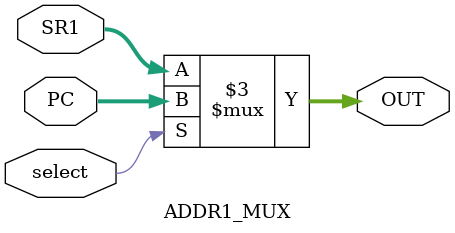
<source format=sv>
module ADDR1_MUX (input  logic [15:0] PC,
                  input  logic [15:0] SR1,
                  input  logic        select, 
                  output logic [15:0] OUT
                );

/* COMBINATIONAL LOGIC INSIDE MODULE */
    always_comb 
    begin
            if(select)
                OUT=PC;
            else
                OUT=SR1;
    end 

endmodule  //ADDR1MUX
</source>
